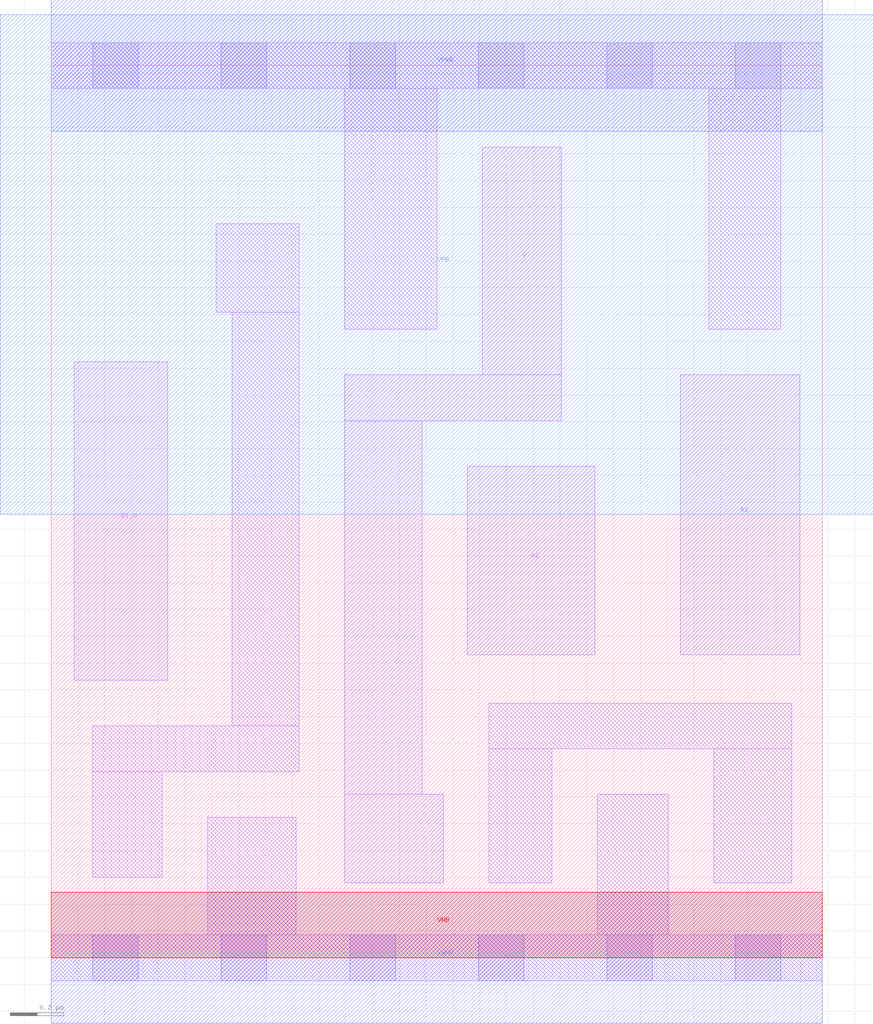
<source format=lef>
# Copyright 2020 The SkyWater PDK Authors
#
# Licensed under the Apache License, Version 2.0 (the "License");
# you may not use this file except in compliance with the License.
# You may obtain a copy of the License at
#
#     https://www.apache.org/licenses/LICENSE-2.0
#
# Unless required by applicable law or agreed to in writing, software
# distributed under the License is distributed on an "AS IS" BASIS,
# WITHOUT WARRANTIES OR CONDITIONS OF ANY KIND, either express or implied.
# See the License for the specific language governing permissions and
# limitations under the License.
#
# SPDX-License-Identifier: Apache-2.0

VERSION 5.7 ;
  NOWIREEXTENSIONATPIN ON ;
  DIVIDERCHAR "/" ;
  BUSBITCHARS "[]" ;
MACRO sky130_fd_sc_lp__o21bai_0
  CLASS CORE ;
  FOREIGN sky130_fd_sc_lp__o21bai_0 ;
  ORIGIN  0.000000  0.000000 ;
  SIZE  2.880000 BY  3.330000 ;
  SYMMETRY X Y R90 ;
  SITE unit ;
  PIN A1
    ANTENNAGATEAREA  0.159000 ;
    DIRECTION INPUT ;
    USE SIGNAL ;
    PORT
      LAYER li1 ;
        RECT 2.350000 1.130000 2.795000 2.175000 ;
    END
  END A1
  PIN A2
    ANTENNAGATEAREA  0.159000 ;
    DIRECTION INPUT ;
    USE SIGNAL ;
    PORT
      LAYER li1 ;
        RECT 1.555000 1.130000 2.030000 1.835000 ;
    END
  END A2
  PIN B1_N
    ANTENNAGATEAREA  0.126000 ;
    DIRECTION INPUT ;
    USE SIGNAL ;
    PORT
      LAYER li1 ;
        RECT 0.085000 1.035000 0.435000 2.225000 ;
    END
  END B1_N
  PIN Y
    ANTENNADIFFAREA  0.290500 ;
    DIRECTION OUTPUT ;
    USE SIGNAL ;
    PORT
      LAYER li1 ;
        RECT 1.095000 0.280000 1.465000 0.610000 ;
        RECT 1.095000 0.610000 1.385000 2.005000 ;
        RECT 1.095000 2.005000 1.905000 2.175000 ;
        RECT 1.610000 2.175000 1.905000 3.025000 ;
    END
  END Y
  PIN VGND
    DIRECTION INOUT ;
    USE GROUND ;
    PORT
      LAYER met1 ;
        RECT 0.000000 -0.245000 2.880000 0.245000 ;
    END
  END VGND
  PIN VNB
    DIRECTION INOUT ;
    USE GROUND ;
    PORT
      LAYER pwell ;
        RECT 0.000000 0.000000 2.880000 0.245000 ;
    END
  END VNB
  PIN VPB
    DIRECTION INOUT ;
    USE POWER ;
    PORT
      LAYER nwell ;
        RECT -0.190000 1.655000 3.070000 3.520000 ;
    END
  END VPB
  PIN VPWR
    DIRECTION INOUT ;
    USE POWER ;
    PORT
      LAYER met1 ;
        RECT 0.000000 3.085000 2.880000 3.575000 ;
    END
  END VPWR
  OBS
    LAYER li1 ;
      RECT 0.000000 -0.085000 2.880000 0.085000 ;
      RECT 0.000000  3.245000 2.880000 3.415000 ;
      RECT 0.155000  0.300000 0.415000 0.695000 ;
      RECT 0.155000  0.695000 0.925000 0.865000 ;
      RECT 0.585000  0.085000 0.915000 0.525000 ;
      RECT 0.615000  2.410000 0.925000 2.740000 ;
      RECT 0.675000  0.865000 0.925000 2.410000 ;
      RECT 1.095000  2.345000 1.440000 3.245000 ;
      RECT 1.635000  0.280000 1.870000 0.780000 ;
      RECT 1.635000  0.780000 2.765000 0.950000 ;
      RECT 2.040000  0.085000 2.305000 0.610000 ;
      RECT 2.455000  2.345000 2.725000 3.245000 ;
      RECT 2.475000  0.280000 2.765000 0.780000 ;
    LAYER mcon ;
      RECT 0.155000 -0.085000 0.325000 0.085000 ;
      RECT 0.155000  3.245000 0.325000 3.415000 ;
      RECT 0.635000 -0.085000 0.805000 0.085000 ;
      RECT 0.635000  3.245000 0.805000 3.415000 ;
      RECT 1.115000 -0.085000 1.285000 0.085000 ;
      RECT 1.115000  3.245000 1.285000 3.415000 ;
      RECT 1.595000 -0.085000 1.765000 0.085000 ;
      RECT 1.595000  3.245000 1.765000 3.415000 ;
      RECT 2.075000 -0.085000 2.245000 0.085000 ;
      RECT 2.075000  3.245000 2.245000 3.415000 ;
      RECT 2.555000 -0.085000 2.725000 0.085000 ;
      RECT 2.555000  3.245000 2.725000 3.415000 ;
  END
END sky130_fd_sc_lp__o21bai_0
END LIBRARY

</source>
